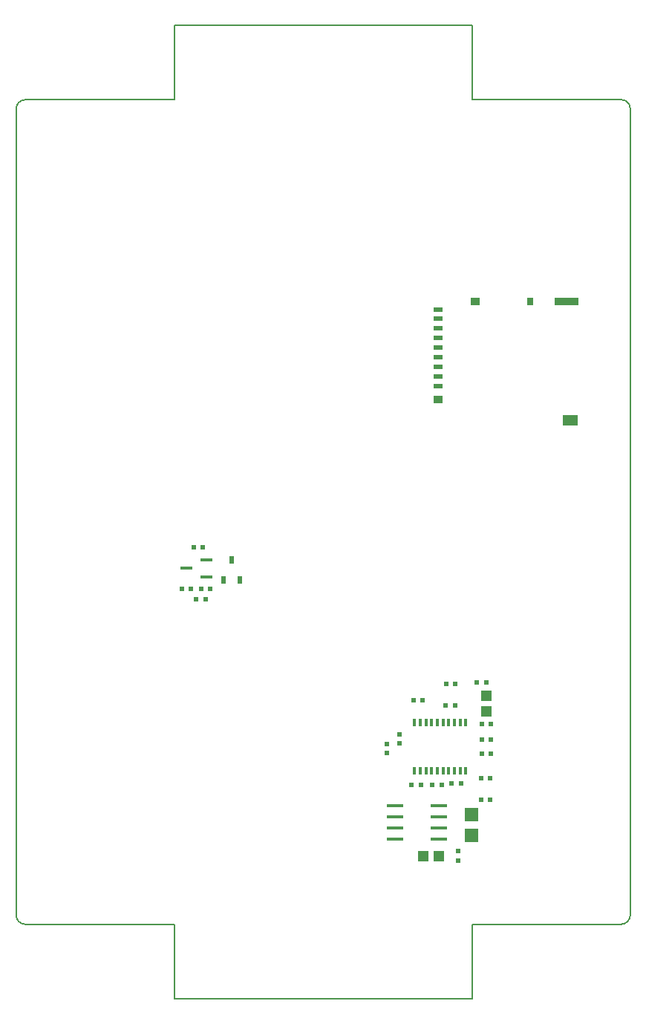
<source format=gbp>
G04 Layer_Color=8421504*
%FSLAX44Y44*%
%MOMM*%
G71*
G01*
G75*
%ADD39R,0.6096X0.5842*%
%ADD40R,0.5842X0.6096*%
%ADD58C,0.2000*%
%ADD132R,0.5500X0.5500*%
%ADD134R,0.5500X0.5500*%
%ADD135R,1.2000X1.2000*%
%ADD171R,0.5000X0.9500*%
%ADD184R,1.5000X1.5000*%
%ADD185R,1.2000X1.2000*%
%ADD186R,1.8000X1.2000*%
%ADD187R,2.7000X0.9000*%
%ADD188R,0.7000X0.9000*%
%ADD189R,1.1000X0.9000*%
%ADD190R,1.1000X0.6000*%
%ADD191R,1.4000X0.4500*%
%ADD192R,1.8800X0.4300*%
%ADD193R,0.3500X0.9500*%
D39*
X30734Y382016D02*
D03*
X40894D02*
D03*
X8636Y382270D02*
D03*
X18796D02*
D03*
X22606Y430022D02*
D03*
X32766D02*
D03*
X351282Y227838D02*
D03*
X361442D02*
D03*
X350012Y166624D02*
D03*
X360172D02*
D03*
X350012Y141732D02*
D03*
X360172D02*
D03*
X351282Y194056D02*
D03*
X361442D02*
D03*
X351282Y210312D02*
D03*
X361442D02*
D03*
X320160Y274000D02*
D03*
X310000D02*
D03*
X282822Y255714D02*
D03*
X272662D02*
D03*
D40*
X256662Y206554D02*
D03*
Y216714D02*
D03*
X242662Y195554D02*
D03*
Y205714D02*
D03*
D58*
X520000Y930000D02*
G03*
X510000Y940000I-10000J0D01*
G01*
Y0D02*
G03*
X520000Y10000I0J10000D01*
G01*
X-180000D02*
G03*
X-170000Y0I10000J0D01*
G01*
Y940000D02*
G03*
X-180000Y930000I0J-10000D01*
G01*
X0Y-85000D02*
X340000D01*
X0Y1025000D02*
X340000D01*
X0Y940000D02*
Y1025000D01*
X340000Y940000D02*
Y1025000D01*
Y-85000D02*
Y0D01*
X0Y-85000D02*
Y0D01*
X-165000D02*
X0D01*
X-170000Y940000D02*
X0D01*
X-180000Y10000D02*
Y930000D01*
X340000Y940000D02*
X505000D01*
X340000Y0D02*
X505000D01*
X520000Y10000D02*
Y930000D01*
X505000Y940000D02*
X510000D01*
X505000Y0D02*
X510000D01*
X-170000D02*
X-165000D01*
D132*
X294220Y158750D02*
D03*
X305220D02*
D03*
X35710Y370586D02*
D03*
X24710D02*
D03*
X270598Y158496D02*
D03*
X281598D02*
D03*
X356362Y275590D02*
D03*
X345362D02*
D03*
X316572Y160274D02*
D03*
X327572D02*
D03*
X309162Y249714D02*
D03*
X320162D02*
D03*
D134*
X323662Y72214D02*
D03*
Y83214D02*
D03*
D135*
X356362Y242824D02*
D03*
Y260824D02*
D03*
D171*
X75032Y392614D02*
D03*
X56032D02*
D03*
X65532Y415614D02*
D03*
D184*
X339162Y101214D02*
D03*
Y125214D02*
D03*
D185*
X284116Y77724D02*
D03*
X302116D02*
D03*
D186*
X451612Y574802D02*
D03*
D187*
X447112Y709802D02*
D03*
D188*
X405612D02*
D03*
D189*
X343612D02*
D03*
X300612Y598302D02*
D03*
D190*
Y700302D02*
D03*
Y690802D02*
D03*
Y679802D02*
D03*
Y668802D02*
D03*
Y657802D02*
D03*
Y646802D02*
D03*
Y635802D02*
D03*
Y624802D02*
D03*
Y613802D02*
D03*
D191*
X37084Y415240D02*
D03*
Y396240D02*
D03*
X14084Y405740D02*
D03*
D192*
X251662Y96714D02*
D03*
Y109414D02*
D03*
Y122114D02*
D03*
Y134814D02*
D03*
X301662Y96714D02*
D03*
Y109414D02*
D03*
Y122114D02*
D03*
Y134814D02*
D03*
D193*
X274162Y230214D02*
D03*
X280662D02*
D03*
X287162D02*
D03*
X293662D02*
D03*
X300162D02*
D03*
X306662D02*
D03*
X313162D02*
D03*
X319662D02*
D03*
X326162D02*
D03*
X332662D02*
D03*
X274162Y174714D02*
D03*
X280662D02*
D03*
X287162D02*
D03*
X293662D02*
D03*
X300162D02*
D03*
X306662D02*
D03*
X313162D02*
D03*
X319662D02*
D03*
X326162D02*
D03*
X332662D02*
D03*
M02*

</source>
